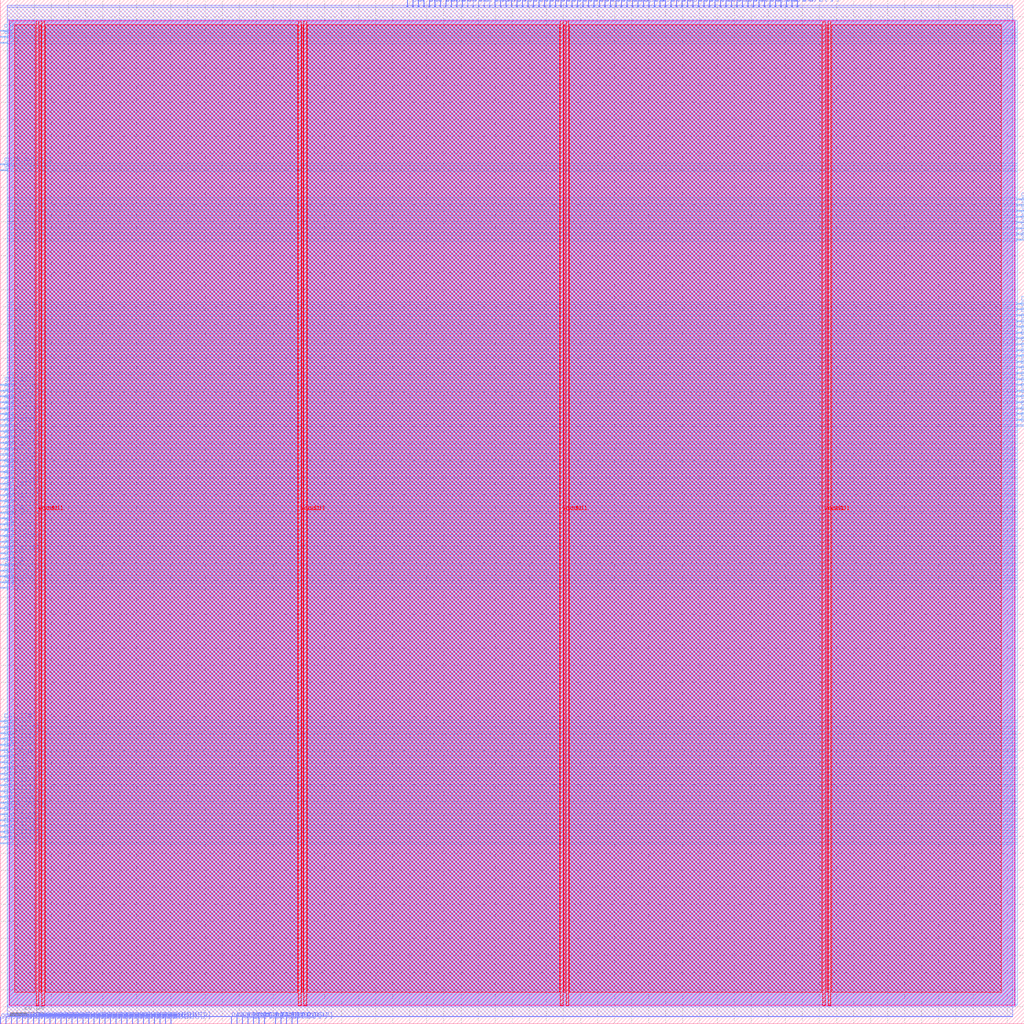
<source format=lef>
VERSION 5.7 ;
  NOWIREEXTENSIONATPIN ON ;
  DIVIDERCHAR "/" ;
  BUSBITCHARS "[]" ;
MACRO team_03
  CLASS BLOCK ;
  FOREIGN team_03 ;
  ORIGIN 0.000 0.000 ;
  SIZE 600.000 BY 600.000 ;
  PIN ACK_I
    DIRECTION INPUT ;
    USE SIGNAL ;
    ANTENNAGATEAREA 0.647700 ;
    ANTENNADIFFAREA 0.434700 ;
    PORT
      LAYER met3 ;
        RECT 0.000 255.040 4.000 255.640 ;
    END
  END ACK_I
  PIN ADR_O[0]
    DIRECTION OUTPUT ;
    USE SIGNAL ;
    ANTENNADIFFAREA 0.445500 ;
    PORT
      LAYER met3 ;
        RECT 0.000 258.440 4.000 259.040 ;
    END
  END ADR_O[0]
  PIN ADR_O[10]
    DIRECTION OUTPUT ;
    USE SIGNAL ;
    ANTENNADIFFAREA 0.445500 ;
    PORT
      LAYER met3 ;
        RECT 0.000 326.440 4.000 327.040 ;
    END
  END ADR_O[10]
  PIN ADR_O[11]
    DIRECTION OUTPUT ;
    USE SIGNAL ;
    ANTENNADIFFAREA 0.445500 ;
    PORT
      LAYER met3 ;
        RECT 0.000 323.040 4.000 323.640 ;
    END
  END ADR_O[11]
  PIN ADR_O[12]
    DIRECTION OUTPUT ;
    USE SIGNAL ;
    ANTENNADIFFAREA 0.445500 ;
    PORT
      LAYER met3 ;
        RECT 0.000 306.040 4.000 306.640 ;
    END
  END ADR_O[12]
  PIN ADR_O[13]
    DIRECTION OUTPUT ;
    USE SIGNAL ;
    ANTENNADIFFAREA 0.445500 ;
    PORT
      LAYER met3 ;
        RECT 0.000 295.840 4.000 296.440 ;
    END
  END ADR_O[13]
  PIN ADR_O[14]
    DIRECTION OUTPUT ;
    USE SIGNAL ;
    ANTENNADIFFAREA 0.445500 ;
    PORT
      LAYER met3 ;
        RECT 0.000 302.640 4.000 303.240 ;
    END
  END ADR_O[14]
  PIN ADR_O[15]
    DIRECTION OUTPUT ;
    USE SIGNAL ;
    ANTENNADIFFAREA 0.445500 ;
    PORT
      LAYER met3 ;
        RECT 0.000 309.440 4.000 310.040 ;
    END
  END ADR_O[15]
  PIN ADR_O[16]
    DIRECTION OUTPUT ;
    USE SIGNAL ;
    ANTENNADIFFAREA 0.445500 ;
    PORT
      LAYER met3 ;
        RECT 0.000 370.640 4.000 371.240 ;
    END
  END ADR_O[16]
  PIN ADR_O[17]
    DIRECTION OUTPUT ;
    USE SIGNAL ;
    ANTENNADIFFAREA 0.445500 ;
    PORT
      LAYER met3 ;
        RECT 0.000 343.440 4.000 344.040 ;
    END
  END ADR_O[17]
  PIN ADR_O[18]
    DIRECTION OUTPUT ;
    USE SIGNAL ;
    ANTENNADIFFAREA 0.445500 ;
    PORT
      LAYER met3 ;
        RECT 0.000 329.840 4.000 330.440 ;
    END
  END ADR_O[18]
  PIN ADR_O[19]
    DIRECTION OUTPUT ;
    USE SIGNAL ;
    ANTENNADIFFAREA 0.445500 ;
    PORT
      LAYER met3 ;
        RECT 0.000 336.640 4.000 337.240 ;
    END
  END ADR_O[19]
  PIN ADR_O[1]
    DIRECTION OUTPUT ;
    USE SIGNAL ;
    ANTENNADIFFAREA 0.445500 ;
    PORT
      LAYER met3 ;
        RECT 0.000 278.840 4.000 279.440 ;
    END
  END ADR_O[1]
  PIN ADR_O[20]
    DIRECTION OUTPUT ;
    USE SIGNAL ;
    ANTENNADIFFAREA 0.445500 ;
    PORT
      LAYER met3 ;
        RECT 0.000 367.240 4.000 367.840 ;
    END
  END ADR_O[20]
  PIN ADR_O[21]
    DIRECTION OUTPUT ;
    USE SIGNAL ;
    ANTENNADIFFAREA 0.445500 ;
    PORT
      LAYER met3 ;
        RECT 0.000 346.840 4.000 347.440 ;
    END
  END ADR_O[21]
  PIN ADR_O[22]
    DIRECTION OUTPUT ;
    USE SIGNAL ;
    ANTENNADIFFAREA 0.445500 ;
    PORT
      LAYER met3 ;
        RECT 0.000 319.640 4.000 320.240 ;
    END
  END ADR_O[22]
  PIN ADR_O[23]
    DIRECTION OUTPUT ;
    USE SIGNAL ;
    ANTENNADIFFAREA 0.445500 ;
    PORT
      LAYER met3 ;
        RECT 0.000 357.040 4.000 357.640 ;
    END
  END ADR_O[23]
  PIN ADR_O[24]
    DIRECTION OUTPUT ;
    USE SIGNAL ;
    ANTENNADIFFAREA 0.445500 ;
    PORT
      LAYER met3 ;
        RECT 0.000 316.240 4.000 316.840 ;
    END
  END ADR_O[24]
  PIN ADR_O[25]
    DIRECTION OUTPUT ;
    USE SIGNAL ;
    ANTENNADIFFAREA 0.445500 ;
    PORT
      LAYER met3 ;
        RECT 0.000 265.240 4.000 265.840 ;
    END
  END ADR_O[25]
  PIN ADR_O[26]
    DIRECTION OUTPUT ;
    USE SIGNAL ;
    ANTENNADIFFAREA 0.445500 ;
    PORT
      LAYER met2 ;
        RECT 466.990 596.000 467.270 600.000 ;
    END
  END ADR_O[26]
  PIN ADR_O[27]
    DIRECTION OUTPUT ;
    USE SIGNAL ;
    ANTENNADIFFAREA 0.445500 ;
    PORT
      LAYER met2 ;
        RECT 447.670 596.000 447.950 600.000 ;
    END
  END ADR_O[27]
  PIN ADR_O[28]
    DIRECTION OUTPUT ;
    USE SIGNAL ;
    ANTENNADIFFAREA 0.445500 ;
    PORT
      LAYER met3 ;
        RECT 0.000 275.440 4.000 276.040 ;
    END
  END ADR_O[28]
  PIN ADR_O[29]
    DIRECTION OUTPUT ;
    USE SIGNAL ;
    ANTENNADIFFAREA 0.445500 ;
    PORT
      LAYER met3 ;
        RECT 0.000 282.240 4.000 282.840 ;
    END
  END ADR_O[29]
  PIN ADR_O[2]
    DIRECTION OUTPUT ;
    USE SIGNAL ;
    ANTENNADIFFAREA 0.445500 ;
    PORT
      LAYER met3 ;
        RECT 0.000 285.640 4.000 286.240 ;
    END
  END ADR_O[2]
  PIN ADR_O[30]
    DIRECTION OUTPUT ;
    USE SIGNAL ;
    ANTENNADIFFAREA 0.445500 ;
    PORT
      LAYER met2 ;
        RECT 238.370 596.000 238.650 600.000 ;
    END
  END ADR_O[30]
  PIN ADR_O[31]
    DIRECTION OUTPUT ;
    USE SIGNAL ;
    ANTENNADIFFAREA 0.445500 ;
    PORT
      LAYER met2 ;
        RECT 457.330 596.000 457.610 600.000 ;
    END
  END ADR_O[31]
  PIN ADR_O[3]
    DIRECTION OUTPUT ;
    USE SIGNAL ;
    ANTENNADIFFAREA 0.445500 ;
    PORT
      LAYER met3 ;
        RECT 0.000 289.040 4.000 289.640 ;
    END
  END ADR_O[3]
  PIN ADR_O[4]
    DIRECTION OUTPUT ;
    USE SIGNAL ;
    ANTENNADIFFAREA 0.445500 ;
    PORT
      LAYER met3 ;
        RECT 0.000 363.840 4.000 364.440 ;
    END
  END ADR_O[4]
  PIN ADR_O[5]
    DIRECTION OUTPUT ;
    USE SIGNAL ;
    ANTENNADIFFAREA 0.445500 ;
    PORT
      LAYER met3 ;
        RECT 0.000 340.040 4.000 340.640 ;
    END
  END ADR_O[5]
  PIN ADR_O[6]
    DIRECTION OUTPUT ;
    USE SIGNAL ;
    ANTENNADIFFAREA 0.445500 ;
    PORT
      LAYER met3 ;
        RECT 0.000 333.240 4.000 333.840 ;
    END
  END ADR_O[6]
  PIN ADR_O[7]
    DIRECTION OUTPUT ;
    USE SIGNAL ;
    ANTENNADIFFAREA 0.445500 ;
    PORT
      LAYER met3 ;
        RECT 0.000 360.440 4.000 361.040 ;
    END
  END ADR_O[7]
  PIN ADR_O[8]
    DIRECTION OUTPUT ;
    USE SIGNAL ;
    ANTENNADIFFAREA 0.445500 ;
    PORT
      LAYER met3 ;
        RECT 0.000 350.240 4.000 350.840 ;
    END
  END ADR_O[8]
  PIN ADR_O[9]
    DIRECTION OUTPUT ;
    USE SIGNAL ;
    ANTENNADIFFAREA 0.445500 ;
    PORT
      LAYER met3 ;
        RECT 0.000 353.640 4.000 354.240 ;
    END
  END ADR_O[9]
  PIN CYC_O
    DIRECTION OUTPUT ;
    USE SIGNAL ;
    ANTENNADIFFAREA 0.445500 ;
    PORT
      LAYER met3 ;
        RECT 0.000 272.040 4.000 272.640 ;
    END
  END CYC_O
  PIN DAT_I[0]
    DIRECTION INPUT ;
    USE SIGNAL ;
    ANTENNAGATEAREA 0.631200 ;
    ANTENNADIFFAREA 0.434700 ;
    PORT
      LAYER met3 ;
        RECT 0.000 176.840 4.000 177.440 ;
    END
  END DAT_I[0]
  PIN DAT_I[10]
    DIRECTION INPUT ;
    USE SIGNAL ;
    ANTENNAGATEAREA 0.631200 ;
    ANTENNADIFFAREA 0.434700 ;
    PORT
      LAYER met3 ;
        RECT 0.000 170.040 4.000 170.640 ;
    END
  END DAT_I[10]
  PIN DAT_I[11]
    DIRECTION INPUT ;
    USE SIGNAL ;
    ANTENNAGATEAREA 0.631200 ;
    ANTENNADIFFAREA 0.434700 ;
    PORT
      LAYER met2 ;
        RECT 135.330 0.000 135.610 4.000 ;
    END
  END DAT_I[11]
  PIN DAT_I[12]
    DIRECTION INPUT ;
    USE SIGNAL ;
    ANTENNAGATEAREA 0.631200 ;
    ANTENNADIFFAREA 0.434700 ;
    PORT
      LAYER met3 ;
        RECT 0.000 105.440 4.000 106.040 ;
    END
  END DAT_I[12]
  PIN DAT_I[13]
    DIRECTION INPUT ;
    USE SIGNAL ;
    ANTENNAGATEAREA 0.631200 ;
    ANTENNADIFFAREA 0.434700 ;
    PORT
      LAYER met2 ;
        RECT 141.770 0.000 142.050 4.000 ;
    END
  END DAT_I[13]
  PIN DAT_I[14]
    DIRECTION INPUT ;
    USE SIGNAL ;
    ANTENNAGATEAREA 0.631200 ;
    ANTENNADIFFAREA 0.434700 ;
    PORT
      LAYER met2 ;
        RECT 138.550 0.000 138.830 4.000 ;
    END
  END DAT_I[14]
  PIN DAT_I[15]
    DIRECTION INPUT ;
    USE SIGNAL ;
    ANTENNAGATEAREA 0.631200 ;
    ANTENNADIFFAREA 0.434700 ;
    PORT
      LAYER met2 ;
        RECT 161.090 0.000 161.370 4.000 ;
    END
  END DAT_I[15]
  PIN DAT_I[16]
    DIRECTION INPUT ;
    USE SIGNAL ;
    ANTENNAGATEAREA 0.631200 ;
    ANTENNADIFFAREA 0.434700 ;
    PORT
      LAYER met2 ;
        RECT 164.310 0.000 164.590 4.000 ;
    END
  END DAT_I[16]
  PIN DAT_I[17]
    DIRECTION INPUT ;
    USE SIGNAL ;
    ANTENNAGATEAREA 0.631200 ;
    ANTENNADIFFAREA 0.434700 ;
    PORT
      LAYER met2 ;
        RECT 173.970 0.000 174.250 4.000 ;
    END
  END DAT_I[17]
  PIN DAT_I[18]
    DIRECTION INPUT ;
    USE SIGNAL ;
    ANTENNAGATEAREA 0.631200 ;
    ANTENNADIFFAREA 0.434700 ;
    PORT
      LAYER met2 ;
        RECT 167.530 0.000 167.810 4.000 ;
    END
  END DAT_I[18]
  PIN DAT_I[19]
    DIRECTION INPUT ;
    USE SIGNAL ;
    ANTENNAGATEAREA 0.631200 ;
    ANTENNADIFFAREA 0.434700 ;
    PORT
      LAYER met2 ;
        RECT 170.750 0.000 171.030 4.000 ;
    END
  END DAT_I[19]
  PIN DAT_I[1]
    DIRECTION INPUT ;
    USE SIGNAL ;
    ANTENNAGATEAREA 0.631200 ;
    ANTENNADIFFAREA 0.434700 ;
    PORT
      LAYER met3 ;
        RECT 0.000 136.040 4.000 136.640 ;
    END
  END DAT_I[1]
  PIN DAT_I[20]
    DIRECTION INPUT ;
    USE SIGNAL ;
    ANTENNAGATEAREA 0.631200 ;
    ANTENNADIFFAREA 0.434700 ;
    PORT
      LAYER met2 ;
        RECT 154.650 0.000 154.930 4.000 ;
    END
  END DAT_I[20]
  PIN DAT_I[21]
    DIRECTION INPUT ;
    USE SIGNAL ;
    ANTENNAGATEAREA 0.631200 ;
    ANTENNADIFFAREA 0.434700 ;
    PORT
      LAYER met2 ;
        RECT 144.990 0.000 145.270 4.000 ;
    END
  END DAT_I[21]
  PIN DAT_I[22]
    DIRECTION INPUT ;
    USE SIGNAL ;
    ANTENNAGATEAREA 0.631200 ;
    ANTENNADIFFAREA 0.434700 ;
    PORT
      LAYER met3 ;
        RECT 0.000 108.840 4.000 109.440 ;
    END
  END DAT_I[22]
  PIN DAT_I[23]
    DIRECTION INPUT ;
    USE SIGNAL ;
    ANTENNAGATEAREA 0.631200 ;
    ANTENNADIFFAREA 0.434700 ;
    PORT
      LAYER met3 ;
        RECT 0.000 115.640 4.000 116.240 ;
    END
  END DAT_I[23]
  PIN DAT_I[24]
    DIRECTION INPUT ;
    USE SIGNAL ;
    ANTENNAGATEAREA 0.631200 ;
    ANTENNADIFFAREA 0.434700 ;
    PORT
      LAYER met2 ;
        RECT 151.430 0.000 151.710 4.000 ;
    END
  END DAT_I[24]
  PIN DAT_I[25]
    DIRECTION INPUT ;
    USE SIGNAL ;
    ANTENNAGATEAREA 0.631200 ;
    ANTENNADIFFAREA 0.434700 ;
    PORT
      LAYER met3 ;
        RECT 0.000 112.240 4.000 112.840 ;
    END
  END DAT_I[25]
  PIN DAT_I[26]
    DIRECTION INPUT ;
    USE SIGNAL ;
    ANTENNAGATEAREA 0.631200 ;
    ANTENNADIFFAREA 0.434700 ;
    PORT
      LAYER met3 ;
        RECT 0.000 142.840 4.000 143.440 ;
    END
  END DAT_I[26]
  PIN DAT_I[27]
    DIRECTION INPUT ;
    USE SIGNAL ;
    ANTENNAGATEAREA 0.631200 ;
    ANTENNADIFFAREA 0.434700 ;
    PORT
      LAYER met3 ;
        RECT 0.000 119.040 4.000 119.640 ;
    END
  END DAT_I[27]
  PIN DAT_I[28]
    DIRECTION INPUT ;
    USE SIGNAL ;
    ANTENNAGATEAREA 0.631200 ;
    ANTENNADIFFAREA 0.434700 ;
    PORT
      LAYER met3 ;
        RECT 0.000 132.640 4.000 133.240 ;
    END
  END DAT_I[28]
  PIN DAT_I[29]
    DIRECTION INPUT ;
    USE SIGNAL ;
    ANTENNAGATEAREA 0.631200 ;
    ANTENNADIFFAREA 0.434700 ;
    PORT
      LAYER met3 ;
        RECT 0.000 129.240 4.000 129.840 ;
    END
  END DAT_I[29]
  PIN DAT_I[2]
    DIRECTION INPUT ;
    USE SIGNAL ;
    ANTENNAGATEAREA 0.631200 ;
    ANTENNADIFFAREA 0.434700 ;
    PORT
      LAYER met3 ;
        RECT 0.000 166.640 4.000 167.240 ;
    END
  END DAT_I[2]
  PIN DAT_I[30]
    DIRECTION INPUT ;
    USE SIGNAL ;
    ANTENNAGATEAREA 0.631200 ;
    ANTENNADIFFAREA 0.434700 ;
    PORT
      LAYER met3 ;
        RECT 0.000 149.640 4.000 150.240 ;
    END
  END DAT_I[30]
  PIN DAT_I[31]
    DIRECTION INPUT ;
    USE SIGNAL ;
    ANTENNAGATEAREA 0.631200 ;
    ANTENNADIFFAREA 0.434700 ;
    PORT
      LAYER met3 ;
        RECT 0.000 122.440 4.000 123.040 ;
    END
  END DAT_I[31]
  PIN DAT_I[3]
    DIRECTION INPUT ;
    USE SIGNAL ;
    ANTENNAGATEAREA 0.631200 ;
    ANTENNADIFFAREA 0.434700 ;
    PORT
      LAYER met3 ;
        RECT 0.000 153.040 4.000 153.640 ;
    END
  END DAT_I[3]
  PIN DAT_I[4]
    DIRECTION INPUT ;
    USE SIGNAL ;
    ANTENNAGATEAREA 0.631200 ;
    ANTENNADIFFAREA 0.434700 ;
    PORT
      LAYER met3 ;
        RECT 0.000 139.440 4.000 140.040 ;
    END
  END DAT_I[4]
  PIN DAT_I[5]
    DIRECTION INPUT ;
    USE SIGNAL ;
    ANTENNAGATEAREA 0.631200 ;
    ANTENNADIFFAREA 0.434700 ;
    PORT
      LAYER met3 ;
        RECT 0.000 156.440 4.000 157.040 ;
    END
  END DAT_I[5]
  PIN DAT_I[6]
    DIRECTION INPUT ;
    USE SIGNAL ;
    ANTENNAGATEAREA 0.631200 ;
    ANTENNADIFFAREA 0.434700 ;
    PORT
      LAYER met3 ;
        RECT 0.000 173.440 4.000 174.040 ;
    END
  END DAT_I[6]
  PIN DAT_I[7]
    DIRECTION INPUT ;
    USE SIGNAL ;
    ANTENNAGATEAREA 0.631200 ;
    ANTENNADIFFAREA 0.434700 ;
    PORT
      LAYER met3 ;
        RECT 0.000 163.240 4.000 163.840 ;
    END
  END DAT_I[7]
  PIN DAT_I[8]
    DIRECTION INPUT ;
    USE SIGNAL ;
    ANTENNAGATEAREA 0.631200 ;
    ANTENNADIFFAREA 0.434700 ;
    PORT
      LAYER met3 ;
        RECT 0.000 159.840 4.000 160.440 ;
    END
  END DAT_I[8]
  PIN DAT_I[9]
    DIRECTION INPUT ;
    USE SIGNAL ;
    ANTENNAGATEAREA 0.631200 ;
    ANTENNADIFFAREA 0.434700 ;
    PORT
      LAYER met3 ;
        RECT 0.000 146.240 4.000 146.840 ;
    END
  END DAT_I[9]
  PIN DAT_O[0]
    DIRECTION OUTPUT ;
    USE SIGNAL ;
    ANTENNADIFFAREA 0.795200 ;
    PORT
      LAYER met2 ;
        RECT 257.690 596.000 257.970 600.000 ;
    END
  END DAT_O[0]
  PIN DAT_O[10]
    DIRECTION OUTPUT ;
    USE SIGNAL ;
    ANTENNADIFFAREA 0.445500 ;
    PORT
      LAYER met3 ;
        RECT 596.000 384.240 600.000 384.840 ;
    END
  END DAT_O[10]
  PIN DAT_O[11]
    DIRECTION OUTPUT ;
    USE SIGNAL ;
    ANTENNADIFFAREA 0.445500 ;
    PORT
      LAYER met3 ;
        RECT 596.000 421.640 600.000 422.240 ;
    END
  END DAT_O[11]
  PIN DAT_O[12]
    DIRECTION OUTPUT ;
    USE SIGNAL ;
    ANTENNADIFFAREA 0.445500 ;
    PORT
      LAYER met3 ;
        RECT 596.000 350.240 600.000 350.840 ;
    END
  END DAT_O[12]
  PIN DAT_O[13]
    DIRECTION OUTPUT ;
    USE SIGNAL ;
    ANTENNADIFFAREA 0.445500 ;
    PORT
      LAYER met3 ;
        RECT 596.000 360.440 600.000 361.040 ;
    END
  END DAT_O[13]
  PIN DAT_O[14]
    DIRECTION OUTPUT ;
    USE SIGNAL ;
    ANTENNADIFFAREA 0.445500 ;
    PORT
      LAYER met3 ;
        RECT 596.000 404.640 600.000 405.240 ;
    END
  END DAT_O[14]
  PIN DAT_O[15]
    DIRECTION OUTPUT ;
    USE SIGNAL ;
    ANTENNADIFFAREA 0.445500 ;
    PORT
      LAYER met3 ;
        RECT 596.000 374.040 600.000 374.640 ;
    END
  END DAT_O[15]
  PIN DAT_O[16]
    DIRECTION OUTPUT ;
    USE SIGNAL ;
    ANTENNADIFFAREA 0.445500 ;
    PORT
      LAYER met3 ;
        RECT 596.000 370.640 600.000 371.240 ;
    END
  END DAT_O[16]
  PIN DAT_O[17]
    DIRECTION OUTPUT ;
    USE SIGNAL ;
    ANTENNADIFFAREA 0.445500 ;
    PORT
      LAYER met3 ;
        RECT 596.000 380.840 600.000 381.440 ;
    END
  END DAT_O[17]
  PIN DAT_O[18]
    DIRECTION OUTPUT ;
    USE SIGNAL ;
    ANTENNADIFFAREA 0.445500 ;
    PORT
      LAYER met3 ;
        RECT 596.000 363.840 600.000 364.440 ;
    END
  END DAT_O[18]
  PIN DAT_O[19]
    DIRECTION OUTPUT ;
    USE SIGNAL ;
    ANTENNADIFFAREA 0.445500 ;
    PORT
      LAYER met3 ;
        RECT 596.000 387.640 600.000 388.240 ;
    END
  END DAT_O[19]
  PIN DAT_O[1]
    DIRECTION OUTPUT ;
    USE SIGNAL ;
    ANTENNADIFFAREA 0.795200 ;
    PORT
      LAYER met2 ;
        RECT 425.130 596.000 425.410 600.000 ;
    END
  END DAT_O[1]
  PIN DAT_O[20]
    DIRECTION OUTPUT ;
    USE SIGNAL ;
    ANTENNADIFFAREA 0.445500 ;
    PORT
      LAYER met3 ;
        RECT 596.000 397.840 600.000 398.440 ;
    END
  END DAT_O[20]
  PIN DAT_O[21]
    DIRECTION OUTPUT ;
    USE SIGNAL ;
    ANTENNADIFFAREA 0.795200 ;
    PORT
      LAYER met2 ;
        RECT 380.050 596.000 380.330 600.000 ;
    END
  END DAT_O[21]
  PIN DAT_O[22]
    DIRECTION OUTPUT ;
    USE SIGNAL ;
    ANTENNADIFFAREA 0.795200 ;
    PORT
      LAYER met2 ;
        RECT 396.150 596.000 396.430 600.000 ;
    END
  END DAT_O[22]
  PIN DAT_O[23]
    DIRECTION OUTPUT ;
    USE SIGNAL ;
    ANTENNADIFFAREA 0.445500 ;
    PORT
      LAYER met3 ;
        RECT 596.000 367.240 600.000 367.840 ;
    END
  END DAT_O[23]
  PIN DAT_O[24]
    DIRECTION OUTPUT ;
    USE SIGNAL ;
    ANTENNADIFFAREA 0.445500 ;
    PORT
      LAYER met3 ;
        RECT 596.000 353.640 600.000 354.240 ;
    END
  END DAT_O[24]
  PIN DAT_O[25]
    DIRECTION OUTPUT ;
    USE SIGNAL ;
    ANTENNADIFFAREA 0.445500 ;
    PORT
      LAYER met3 ;
        RECT 596.000 394.440 600.000 395.040 ;
    END
  END DAT_O[25]
  PIN DAT_O[26]
    DIRECTION OUTPUT ;
    USE SIGNAL ;
    ANTENNADIFFAREA 0.795200 ;
    PORT
      LAYER met2 ;
        RECT 277.010 596.000 277.290 600.000 ;
    END
  END DAT_O[26]
  PIN DAT_O[27]
    DIRECTION OUTPUT ;
    USE SIGNAL ;
    ANTENNADIFFAREA 0.445500 ;
    PORT
      LAYER met3 ;
        RECT 596.000 377.440 600.000 378.040 ;
    END
  END DAT_O[27]
  PIN DAT_O[28]
    DIRECTION OUTPUT ;
    USE SIGNAL ;
    ANTENNADIFFAREA 0.445500 ;
    PORT
      LAYER met3 ;
        RECT 596.000 414.840 600.000 415.440 ;
    END
  END DAT_O[28]
  PIN DAT_O[29]
    DIRECTION OUTPUT ;
    USE SIGNAL ;
    ANTENNADIFFAREA 0.445500 ;
    PORT
      LAYER met3 ;
        RECT 596.000 401.240 600.000 401.840 ;
    END
  END DAT_O[29]
  PIN DAT_O[2]
    DIRECTION OUTPUT ;
    USE SIGNAL ;
    ANTENNADIFFAREA 0.795200 ;
    PORT
      LAYER met2 ;
        RECT 370.390 596.000 370.670 600.000 ;
    END
  END DAT_O[2]
  PIN DAT_O[30]
    DIRECTION OUTPUT ;
    USE SIGNAL ;
    ANTENNADIFFAREA 0.445500 ;
    PORT
      LAYER met3 ;
        RECT 596.000 408.040 600.000 408.640 ;
    END
  END DAT_O[30]
  PIN DAT_O[31]
    DIRECTION OUTPUT ;
    USE SIGNAL ;
    ANTENNADIFFAREA 0.445500 ;
    PORT
      LAYER met3 ;
        RECT 596.000 391.040 600.000 391.640 ;
    END
  END DAT_O[31]
  PIN DAT_O[3]
    DIRECTION OUTPUT ;
    USE SIGNAL ;
    ANTENNADIFFAREA 0.795200 ;
    PORT
      LAYER met2 ;
        RECT 283.450 596.000 283.730 600.000 ;
    END
  END DAT_O[3]
  PIN DAT_O[4]
    DIRECTION OUTPUT ;
    USE SIGNAL ;
    ANTENNADIFFAREA 0.795200 ;
    PORT
      LAYER met2 ;
        RECT 286.670 596.000 286.950 600.000 ;
    END
  END DAT_O[4]
  PIN DAT_O[5]
    DIRECTION OUTPUT ;
    USE SIGNAL ;
    ANTENNADIFFAREA 0.795200 ;
    PORT
      LAYER met2 ;
        RECT 248.030 596.000 248.310 600.000 ;
    END
  END DAT_O[5]
  PIN DAT_O[6]
    DIRECTION OUTPUT ;
    USE SIGNAL ;
    ANTENNADIFFAREA 0.795200 ;
    PORT
      LAYER met2 ;
        RECT 289.890 596.000 290.170 600.000 ;
    END
  END DAT_O[6]
  PIN DAT_O[7]
    DIRECTION OUTPUT ;
    USE SIGNAL ;
    ANTENNADIFFAREA 0.445500 ;
    PORT
      LAYER met3 ;
        RECT 596.000 357.040 600.000 357.640 ;
    END
  END DAT_O[7]
  PIN DAT_O[8]
    DIRECTION OUTPUT ;
    USE SIGNAL ;
    ANTENNADIFFAREA 0.445500 ;
    PORT
      LAYER met3 ;
        RECT 596.000 418.240 600.000 418.840 ;
    END
  END DAT_O[8]
  PIN DAT_O[9]
    DIRECTION OUTPUT ;
    USE SIGNAL ;
    ANTENNADIFFAREA 0.445500 ;
    PORT
      LAYER met3 ;
        RECT 596.000 411.440 600.000 412.040 ;
    END
  END DAT_O[9]
  PIN SEL_O[0]
    DIRECTION OUTPUT ;
    USE SIGNAL ;
    ANTENNADIFFAREA 0.445500 ;
    PORT
      LAYER met3 ;
        RECT 0.000 261.840 4.000 262.440 ;
    END
  END SEL_O[0]
  PIN SEL_O[1]
    DIRECTION OUTPUT ;
    USE SIGNAL ;
    ANTENNADIFFAREA 0.445500 ;
    PORT
      LAYER met3 ;
        RECT 0.000 374.040 4.000 374.640 ;
    END
  END SEL_O[1]
  PIN SEL_O[2]
    DIRECTION OUTPUT ;
    USE SIGNAL ;
    ANTENNADIFFAREA 0.445500 ;
    PORT
      LAYER met3 ;
        RECT 0.000 312.840 4.000 313.440 ;
    END
  END SEL_O[2]
  PIN SEL_O[3]
    DIRECTION OUTPUT ;
    USE SIGNAL ;
    ANTENNADIFFAREA 0.445500 ;
    PORT
      LAYER met3 ;
        RECT 0.000 299.240 4.000 299.840 ;
    END
  END SEL_O[3]
  PIN STB_O
    DIRECTION OUTPUT ;
    USE SIGNAL ;
    ANTENNADIFFAREA 0.445500 ;
    PORT
      LAYER met3 ;
        RECT 0.000 268.640 4.000 269.240 ;
    END
  END STB_O
  PIN WE_O
    DIRECTION OUTPUT ;
    USE SIGNAL ;
    ANTENNADIFFAREA 0.445500 ;
    PORT
      LAYER met3 ;
        RECT 0.000 292.440 4.000 293.040 ;
    END
  END WE_O
  PIN clk
    DIRECTION INPUT ;
    USE SIGNAL ;
    ANTENNAGATEAREA 1.286700 ;
    ANTENNADIFFAREA 0.434700 ;
    PORT
      LAYER met3 ;
        RECT 0.000 581.440 4.000 582.040 ;
    END
  END clk
  PIN en
    DIRECTION INPUT ;
    USE SIGNAL ;
    ANTENNAGATEAREA 0.631200 ;
    ANTENNADIFFAREA 0.434700 ;
    PORT
      LAYER met3 ;
        RECT 0.000 578.040 4.000 578.640 ;
    END
  END en
  PIN gpio_in[0]
    DIRECTION INPUT ;
    USE SIGNAL ;
    PORT
      LAYER met2 ;
        RECT 0.090 0.000 0.370 4.000 ;
    END
  END gpio_in[0]
  PIN gpio_in[10]
    DIRECTION INPUT ;
    USE SIGNAL ;
    PORT
      LAYER met2 ;
        RECT 3.310 0.000 3.590 4.000 ;
    END
  END gpio_in[10]
  PIN gpio_in[11]
    DIRECTION INPUT ;
    USE SIGNAL ;
    PORT
      LAYER met2 ;
        RECT 6.530 0.000 6.810 4.000 ;
    END
  END gpio_in[11]
  PIN gpio_in[12]
    DIRECTION INPUT ;
    USE SIGNAL ;
    PORT
      LAYER met2 ;
        RECT 9.750 0.000 10.030 4.000 ;
    END
  END gpio_in[12]
  PIN gpio_in[13]
    DIRECTION INPUT ;
    USE SIGNAL ;
    ANTENNAGATEAREA 0.631200 ;
    ANTENNADIFFAREA 0.434700 ;
    PORT
      LAYER met2 ;
        RECT 148.210 0.000 148.490 4.000 ;
    END
  END gpio_in[13]
  PIN gpio_in[14]
    DIRECTION INPUT ;
    USE SIGNAL ;
    ANTENNAGATEAREA 0.631200 ;
    ANTENNADIFFAREA 0.434700 ;
    PORT
      LAYER met3 ;
        RECT 0.000 125.840 4.000 126.440 ;
    END
  END gpio_in[14]
  PIN gpio_in[15]
    DIRECTION INPUT ;
    USE SIGNAL ;
    PORT
      LAYER met2 ;
        RECT 12.970 0.000 13.250 4.000 ;
    END
  END gpio_in[15]
  PIN gpio_in[16]
    DIRECTION INPUT ;
    USE SIGNAL ;
    PORT
      LAYER met2 ;
        RECT 16.190 0.000 16.470 4.000 ;
    END
  END gpio_in[16]
  PIN gpio_in[17]
    DIRECTION INPUT ;
    USE SIGNAL ;
    PORT
      LAYER met2 ;
        RECT 19.410 0.000 19.690 4.000 ;
    END
  END gpio_in[17]
  PIN gpio_in[18]
    DIRECTION INPUT ;
    USE SIGNAL ;
    PORT
      LAYER met2 ;
        RECT 22.630 0.000 22.910 4.000 ;
    END
  END gpio_in[18]
  PIN gpio_in[19]
    DIRECTION INPUT ;
    USE SIGNAL ;
    PORT
      LAYER met2 ;
        RECT 25.850 0.000 26.130 4.000 ;
    END
  END gpio_in[19]
  PIN gpio_in[1]
    DIRECTION INPUT ;
    USE SIGNAL ;
    PORT
      LAYER met2 ;
        RECT 29.070 0.000 29.350 4.000 ;
    END
  END gpio_in[1]
  PIN gpio_in[20]
    DIRECTION INPUT ;
    USE SIGNAL ;
    PORT
      LAYER met2 ;
        RECT 32.290 0.000 32.570 4.000 ;
    END
  END gpio_in[20]
  PIN gpio_in[21]
    DIRECTION INPUT ;
    USE SIGNAL ;
    PORT
      LAYER met2 ;
        RECT 35.510 0.000 35.790 4.000 ;
    END
  END gpio_in[21]
  PIN gpio_in[22]
    DIRECTION INPUT ;
    USE SIGNAL ;
    PORT
      LAYER met2 ;
        RECT 38.730 0.000 39.010 4.000 ;
    END
  END gpio_in[22]
  PIN gpio_in[23]
    DIRECTION INPUT ;
    USE SIGNAL ;
    PORT
      LAYER met2 ;
        RECT 41.950 0.000 42.230 4.000 ;
    END
  END gpio_in[23]
  PIN gpio_in[24]
    DIRECTION INPUT ;
    USE SIGNAL ;
    PORT
      LAYER met2 ;
        RECT 45.170 0.000 45.450 4.000 ;
    END
  END gpio_in[24]
  PIN gpio_in[25]
    DIRECTION INPUT ;
    USE SIGNAL ;
    PORT
      LAYER met2 ;
        RECT 48.390 0.000 48.670 4.000 ;
    END
  END gpio_in[25]
  PIN gpio_in[26]
    DIRECTION INPUT ;
    USE SIGNAL ;
    PORT
      LAYER met2 ;
        RECT 51.610 0.000 51.890 4.000 ;
    END
  END gpio_in[26]
  PIN gpio_in[27]
    DIRECTION INPUT ;
    USE SIGNAL ;
    PORT
      LAYER met2 ;
        RECT 54.830 0.000 55.110 4.000 ;
    END
  END gpio_in[27]
  PIN gpio_in[28]
    DIRECTION INPUT ;
    USE SIGNAL ;
    PORT
      LAYER met2 ;
        RECT 58.050 0.000 58.330 4.000 ;
    END
  END gpio_in[28]
  PIN gpio_in[29]
    DIRECTION INPUT ;
    USE SIGNAL ;
    PORT
      LAYER met2 ;
        RECT 61.270 0.000 61.550 4.000 ;
    END
  END gpio_in[29]
  PIN gpio_in[2]
    DIRECTION INPUT ;
    USE SIGNAL ;
    PORT
      LAYER met2 ;
        RECT 64.490 0.000 64.770 4.000 ;
    END
  END gpio_in[2]
  PIN gpio_in[30]
    DIRECTION INPUT ;
    USE SIGNAL ;
    PORT
      LAYER met2 ;
        RECT 67.710 0.000 67.990 4.000 ;
    END
  END gpio_in[30]
  PIN gpio_in[31]
    DIRECTION INPUT ;
    USE SIGNAL ;
    PORT
      LAYER met2 ;
        RECT 70.930 0.000 71.210 4.000 ;
    END
  END gpio_in[31]
  PIN gpio_in[32]
    DIRECTION INPUT ;
    USE SIGNAL ;
    PORT
      LAYER met2 ;
        RECT 74.150 0.000 74.430 4.000 ;
    END
  END gpio_in[32]
  PIN gpio_in[33]
    DIRECTION INPUT ;
    USE SIGNAL ;
    PORT
      LAYER met2 ;
        RECT 77.370 0.000 77.650 4.000 ;
    END
  END gpio_in[33]
  PIN gpio_in[3]
    DIRECTION INPUT ;
    USE SIGNAL ;
    PORT
      LAYER met2 ;
        RECT 80.590 0.000 80.870 4.000 ;
    END
  END gpio_in[3]
  PIN gpio_in[4]
    DIRECTION INPUT ;
    USE SIGNAL ;
    PORT
      LAYER met2 ;
        RECT 83.810 0.000 84.090 4.000 ;
    END
  END gpio_in[4]
  PIN gpio_in[5]
    DIRECTION INPUT ;
    USE SIGNAL ;
    PORT
      LAYER met2 ;
        RECT 87.030 0.000 87.310 4.000 ;
    END
  END gpio_in[5]
  PIN gpio_in[6]
    DIRECTION INPUT ;
    USE SIGNAL ;
    PORT
      LAYER met2 ;
        RECT 90.250 0.000 90.530 4.000 ;
    END
  END gpio_in[6]
  PIN gpio_in[7]
    DIRECTION INPUT ;
    USE SIGNAL ;
    PORT
      LAYER met2 ;
        RECT 93.470 0.000 93.750 4.000 ;
    END
  END gpio_in[7]
  PIN gpio_in[8]
    DIRECTION INPUT ;
    USE SIGNAL ;
    PORT
      LAYER met2 ;
        RECT 96.690 0.000 96.970 4.000 ;
    END
  END gpio_in[8]
  PIN gpio_in[9]
    DIRECTION INPUT ;
    USE SIGNAL ;
    PORT
      LAYER met2 ;
        RECT 99.910 0.000 100.190 4.000 ;
    END
  END gpio_in[9]
  PIN gpio_oeb[0]
    DIRECTION OUTPUT ;
    USE SIGNAL ;
    ANTENNADIFFAREA 0.445500 ;
    PORT
      LAYER met2 ;
        RECT 260.910 596.000 261.190 600.000 ;
    END
  END gpio_oeb[0]
  PIN gpio_oeb[10]
    DIRECTION OUTPUT ;
    USE SIGNAL ;
    ANTENNADIFFAREA 0.445500 ;
    PORT
      LAYER met2 ;
        RECT 392.930 596.000 393.210 600.000 ;
    END
  END gpio_oeb[10]
  PIN gpio_oeb[11]
    DIRECTION OUTPUT ;
    USE SIGNAL ;
    ANTENNADIFFAREA 0.445500 ;
    PORT
      LAYER met2 ;
        RECT 360.730 596.000 361.010 600.000 ;
    END
  END gpio_oeb[11]
  PIN gpio_oeb[12]
    DIRECTION OUTPUT ;
    USE SIGNAL ;
    ANTENNADIFFAREA 0.445500 ;
    PORT
      LAYER met2 ;
        RECT 409.030 596.000 409.310 600.000 ;
    END
  END gpio_oeb[12]
  PIN gpio_oeb[13]
    DIRECTION OUTPUT ;
    USE SIGNAL ;
    ANTENNADIFFAREA 0.445500 ;
    PORT
      LAYER met2 ;
        RECT 267.350 596.000 267.630 600.000 ;
    END
  END gpio_oeb[13]
  PIN gpio_oeb[14]
    DIRECTION OUTPUT ;
    USE SIGNAL ;
    ANTENNADIFFAREA 0.445500 ;
    PORT
      LAYER met2 ;
        RECT 309.210 596.000 309.490 600.000 ;
    END
  END gpio_oeb[14]
  PIN gpio_oeb[15]
    DIRECTION OUTPUT ;
    USE SIGNAL ;
    ANTENNADIFFAREA 0.445500 ;
    PORT
      LAYER met2 ;
        RECT 341.410 596.000 341.690 600.000 ;
    END
  END gpio_oeb[15]
  PIN gpio_oeb[16]
    DIRECTION OUTPUT ;
    USE SIGNAL ;
    ANTENNADIFFAREA 0.445500 ;
    PORT
      LAYER met2 ;
        RECT 318.870 596.000 319.150 600.000 ;
    END
  END gpio_oeb[16]
  PIN gpio_oeb[17]
    DIRECTION OUTPUT ;
    USE SIGNAL ;
    ANTENNADIFFAREA 0.445500 ;
    PORT
      LAYER met2 ;
        RECT 312.430 596.000 312.710 600.000 ;
    END
  END gpio_oeb[17]
  PIN gpio_oeb[18]
    DIRECTION OUTPUT ;
    USE SIGNAL ;
    ANTENNADIFFAREA 0.445500 ;
    PORT
      LAYER met2 ;
        RECT 251.250 596.000 251.530 600.000 ;
    END
  END gpio_oeb[18]
  PIN gpio_oeb[19]
    DIRECTION OUTPUT ;
    USE SIGNAL ;
    ANTENNADIFFAREA 0.445500 ;
    PORT
      LAYER met2 ;
        RECT 328.530 596.000 328.810 600.000 ;
    END
  END gpio_oeb[19]
  PIN gpio_oeb[1]
    DIRECTION OUTPUT ;
    USE SIGNAL ;
    ANTENNADIFFAREA 0.445500 ;
    PORT
      LAYER met2 ;
        RECT 357.510 596.000 357.790 600.000 ;
    END
  END gpio_oeb[1]
  PIN gpio_oeb[20]
    DIRECTION OUTPUT ;
    USE SIGNAL ;
    ANTENNADIFFAREA 0.445500 ;
    PORT
      LAYER met2 ;
        RECT 315.650 596.000 315.930 600.000 ;
    END
  END gpio_oeb[20]
  PIN gpio_oeb[21]
    DIRECTION OUTPUT ;
    USE SIGNAL ;
    ANTENNADIFFAREA 0.445500 ;
    PORT
      LAYER met2 ;
        RECT 325.310 596.000 325.590 600.000 ;
    END
  END gpio_oeb[21]
  PIN gpio_oeb[22]
    DIRECTION OUTPUT ;
    USE SIGNAL ;
    ANTENNADIFFAREA 0.445500 ;
    PORT
      LAYER met2 ;
        RECT 264.130 596.000 264.410 600.000 ;
    END
  END gpio_oeb[22]
  PIN gpio_oeb[23]
    DIRECTION OUTPUT ;
    USE SIGNAL ;
    ANTENNADIFFAREA 0.445500 ;
    PORT
      LAYER met2 ;
        RECT 293.110 596.000 293.390 600.000 ;
    END
  END gpio_oeb[23]
  PIN gpio_oeb[24]
    DIRECTION OUTPUT ;
    USE SIGNAL ;
    ANTENNADIFFAREA 0.445500 ;
    PORT
      LAYER met2 ;
        RECT 322.090 596.000 322.370 600.000 ;
    END
  END gpio_oeb[24]
  PIN gpio_oeb[25]
    DIRECTION OUTPUT ;
    USE SIGNAL ;
    ANTENNADIFFAREA 0.445500 ;
    PORT
      LAYER met2 ;
        RECT 331.750 596.000 332.030 600.000 ;
    END
  END gpio_oeb[25]
  PIN gpio_oeb[26]
    DIRECTION OUTPUT ;
    USE SIGNAL ;
    ANTENNADIFFAREA 0.445500 ;
    PORT
      LAYER met2 ;
        RECT 270.570 596.000 270.850 600.000 ;
    END
  END gpio_oeb[26]
  PIN gpio_oeb[27]
    DIRECTION OUTPUT ;
    USE SIGNAL ;
    ANTENNADIFFAREA 0.445500 ;
    PORT
      LAYER met2 ;
        RECT 241.590 596.000 241.870 600.000 ;
    END
  END gpio_oeb[27]
  PIN gpio_oeb[28]
    DIRECTION OUTPUT ;
    USE SIGNAL ;
    ANTENNADIFFAREA 0.445500 ;
    PORT
      LAYER met2 ;
        RECT 305.990 596.000 306.270 600.000 ;
    END
  END gpio_oeb[28]
  PIN gpio_oeb[29]
    DIRECTION OUTPUT ;
    USE SIGNAL ;
    ANTENNADIFFAREA 0.445500 ;
    PORT
      LAYER met2 ;
        RECT 296.330 596.000 296.610 600.000 ;
    END
  END gpio_oeb[29]
  PIN gpio_oeb[2]
    DIRECTION OUTPUT ;
    USE SIGNAL ;
    ANTENNADIFFAREA 0.445500 ;
    PORT
      LAYER met2 ;
        RECT 412.250 596.000 412.530 600.000 ;
    END
  END gpio_oeb[2]
  PIN gpio_oeb[30]
    DIRECTION OUTPUT ;
    USE SIGNAL ;
    ANTENNADIFFAREA 0.445500 ;
    PORT
      LAYER met2 ;
        RECT 302.770 596.000 303.050 600.000 ;
    END
  END gpio_oeb[30]
  PIN gpio_oeb[31]
    DIRECTION OUTPUT ;
    USE SIGNAL ;
    ANTENNADIFFAREA 0.445500 ;
    PORT
      LAYER met2 ;
        RECT 273.790 596.000 274.070 600.000 ;
    END
  END gpio_oeb[31]
  PIN gpio_oeb[32]
    DIRECTION OUTPUT ;
    USE SIGNAL ;
    ANTENNADIFFAREA 0.445500 ;
    PORT
      LAYER met2 ;
        RECT 280.230 596.000 280.510 600.000 ;
    END
  END gpio_oeb[32]
  PIN gpio_oeb[33]
    DIRECTION OUTPUT ;
    USE SIGNAL ;
    ANTENNADIFFAREA 0.445500 ;
    PORT
      LAYER met2 ;
        RECT 334.970 596.000 335.250 600.000 ;
    END
  END gpio_oeb[33]
  PIN gpio_oeb[3]
    DIRECTION OUTPUT ;
    USE SIGNAL ;
    ANTENNADIFFAREA 0.445500 ;
    PORT
      LAYER met2 ;
        RECT 347.850 596.000 348.130 600.000 ;
    END
  END gpio_oeb[3]
  PIN gpio_oeb[4]
    DIRECTION OUTPUT ;
    USE SIGNAL ;
    ANTENNADIFFAREA 0.445500 ;
    PORT
      LAYER met2 ;
        RECT 431.570 596.000 431.850 600.000 ;
    END
  END gpio_oeb[4]
  PIN gpio_oeb[5]
    DIRECTION OUTPUT ;
    USE SIGNAL ;
    ANTENNADIFFAREA 0.445500 ;
    PORT
      LAYER met2 ;
        RECT 351.070 596.000 351.350 600.000 ;
    END
  END gpio_oeb[5]
  PIN gpio_oeb[6]
    DIRECTION OUTPUT ;
    USE SIGNAL ;
    ANTENNADIFFAREA 0.445500 ;
    PORT
      LAYER met2 ;
        RECT 363.950 596.000 364.230 600.000 ;
    END
  END gpio_oeb[6]
  PIN gpio_oeb[7]
    DIRECTION OUTPUT ;
    USE SIGNAL ;
    ANTENNADIFFAREA 0.445500 ;
    PORT
      LAYER met2 ;
        RECT 354.290 596.000 354.570 600.000 ;
    END
  END gpio_oeb[7]
  PIN gpio_oeb[8]
    DIRECTION OUTPUT ;
    USE SIGNAL ;
    ANTENNADIFFAREA 0.445500 ;
    PORT
      LAYER met2 ;
        RECT 434.790 596.000 435.070 600.000 ;
    END
  END gpio_oeb[8]
  PIN gpio_oeb[9]
    DIRECTION OUTPUT ;
    USE SIGNAL ;
    ANTENNADIFFAREA 0.445500 ;
    PORT
      LAYER met2 ;
        RECT 441.230 596.000 441.510 600.000 ;
    END
  END gpio_oeb[9]
  PIN gpio_out[0]
    DIRECTION OUTPUT ;
    USE SIGNAL ;
    ANTENNADIFFAREA 0.445500 ;
    PORT
      LAYER met2 ;
        RECT 450.890 596.000 451.170 600.000 ;
    END
  END gpio_out[0]
  PIN gpio_out[10]
    DIRECTION OUTPUT ;
    USE SIGNAL ;
    ANTENNADIFFAREA 0.445500 ;
    PORT
      LAYER met3 ;
        RECT 596.000 482.840 600.000 483.440 ;
    END
  END gpio_out[10]
  PIN gpio_out[11]
    DIRECTION OUTPUT ;
    USE SIGNAL ;
    ANTENNADIFFAREA 0.445500 ;
    PORT
      LAYER met3 ;
        RECT 0.000 499.840 4.000 500.440 ;
    END
  END gpio_out[11]
  PIN gpio_out[12]
    DIRECTION OUTPUT ;
    USE SIGNAL ;
    ANTENNADIFFAREA 0.445500 ;
    PORT
      LAYER met3 ;
        RECT 0.000 503.240 4.000 503.840 ;
    END
  END gpio_out[12]
  PIN gpio_out[13]
    DIRECTION OUTPUT ;
    USE SIGNAL ;
    ANTENNADIFFAREA 0.445500 ;
    PORT
      LAYER met2 ;
        RECT 415.470 596.000 415.750 600.000 ;
    END
  END gpio_out[13]
  PIN gpio_out[14]
    DIRECTION OUTPUT ;
    USE SIGNAL ;
    ANTENNADIFFAREA 0.445500 ;
    PORT
      LAYER met2 ;
        RECT 454.110 596.000 454.390 600.000 ;
    END
  END gpio_out[14]
  PIN gpio_out[15]
    DIRECTION OUTPUT ;
    USE SIGNAL ;
    ANTENNADIFFAREA 0.445500 ;
    PORT
      LAYER met2 ;
        RECT 373.610 596.000 373.890 600.000 ;
    END
  END gpio_out[15]
  PIN gpio_out[16]
    DIRECTION OUTPUT ;
    USE SIGNAL ;
    ANTENNADIFFAREA 0.445500 ;
    PORT
      LAYER met2 ;
        RECT 299.550 596.000 299.830 600.000 ;
    END
  END gpio_out[16]
  PIN gpio_out[17]
    DIRECTION OUTPUT ;
    USE SIGNAL ;
    ANTENNADIFFAREA 0.445500 ;
    PORT
      LAYER met2 ;
        RECT 367.170 596.000 367.450 600.000 ;
    END
  END gpio_out[17]
  PIN gpio_out[18]
    DIRECTION OUTPUT ;
    USE SIGNAL ;
    ANTENNADIFFAREA 0.445500 ;
    PORT
      LAYER met2 ;
        RECT 344.630 596.000 344.910 600.000 ;
    END
  END gpio_out[18]
  PIN gpio_out[19]
    DIRECTION OUTPUT ;
    USE SIGNAL ;
    ANTENNADIFFAREA 0.445500 ;
    PORT
      LAYER met2 ;
        RECT 389.710 596.000 389.990 600.000 ;
    END
  END gpio_out[19]
  PIN gpio_out[1]
    DIRECTION OUTPUT ;
    USE SIGNAL ;
    ANTENNADIFFAREA 0.795200 ;
    PORT
      LAYER met2 ;
        RECT 421.910 596.000 422.190 600.000 ;
    END
  END gpio_out[1]
  PIN gpio_out[20]
    DIRECTION OUTPUT ;
    USE SIGNAL ;
    ANTENNADIFFAREA 0.445500 ;
    PORT
      LAYER met2 ;
        RECT 244.810 596.000 245.090 600.000 ;
    END
  END gpio_out[20]
  PIN gpio_out[21]
    DIRECTION OUTPUT ;
    USE SIGNAL ;
    ANTENNADIFFAREA 0.445500 ;
    PORT
      LAYER met2 ;
        RECT 405.810 596.000 406.090 600.000 ;
    END
  END gpio_out[21]
  PIN gpio_out[22]
    DIRECTION OUTPUT ;
    USE SIGNAL ;
    ANTENNADIFFAREA 0.445500 ;
    PORT
      LAYER met2 ;
        RECT 254.470 596.000 254.750 600.000 ;
    END
  END gpio_out[22]
  PIN gpio_out[23]
    DIRECTION OUTPUT ;
    USE SIGNAL ;
    ANTENNADIFFAREA 0.445500 ;
    PORT
      LAYER met2 ;
        RECT 460.550 596.000 460.830 600.000 ;
    END
  END gpio_out[23]
  PIN gpio_out[24]
    DIRECTION OUTPUT ;
    USE SIGNAL ;
    ANTENNADIFFAREA 0.445500 ;
    PORT
      LAYER met2 ;
        RECT 444.450 596.000 444.730 600.000 ;
    END
  END gpio_out[24]
  PIN gpio_out[25]
    DIRECTION OUTPUT ;
    USE SIGNAL ;
    ANTENNADIFFAREA 0.445500 ;
    PORT
      LAYER met2 ;
        RECT 428.350 596.000 428.630 600.000 ;
    END
  END gpio_out[25]
  PIN gpio_out[26]
    DIRECTION OUTPUT ;
    USE SIGNAL ;
    ANTENNADIFFAREA 0.445500 ;
    PORT
      LAYER met2 ;
        RECT 463.770 596.000 464.050 600.000 ;
    END
  END gpio_out[26]
  PIN gpio_out[27]
    DIRECTION OUTPUT ;
    USE SIGNAL ;
    ANTENNADIFFAREA 0.445500 ;
    PORT
      LAYER met2 ;
        RECT 399.370 596.000 399.650 600.000 ;
    END
  END gpio_out[27]
  PIN gpio_out[28]
    DIRECTION OUTPUT ;
    USE SIGNAL ;
    ANTENNADIFFAREA 0.445500 ;
    PORT
      LAYER met2 ;
        RECT 438.010 596.000 438.290 600.000 ;
    END
  END gpio_out[28]
  PIN gpio_out[29]
    DIRECTION OUTPUT ;
    USE SIGNAL ;
    ANTENNADIFFAREA 0.445500 ;
    PORT
      LAYER met2 ;
        RECT 418.690 596.000 418.970 600.000 ;
    END
  END gpio_out[29]
  PIN gpio_out[2]
    DIRECTION OUTPUT ;
    USE SIGNAL ;
    ANTENNADIFFAREA 0.795200 ;
    PORT
      LAYER met2 ;
        RECT 402.590 596.000 402.870 600.000 ;
    END
  END gpio_out[2]
  PIN gpio_out[30]
    DIRECTION OUTPUT ;
    USE SIGNAL ;
    ANTENNADIFFAREA 0.445500 ;
    PORT
      LAYER met2 ;
        RECT 383.270 596.000 383.550 600.000 ;
    END
  END gpio_out[30]
  PIN gpio_out[31]
    DIRECTION OUTPUT ;
    USE SIGNAL ;
    ANTENNADIFFAREA 0.445500 ;
    PORT
      LAYER met2 ;
        RECT 376.830 596.000 377.110 600.000 ;
    END
  END gpio_out[31]
  PIN gpio_out[32]
    DIRECTION OUTPUT ;
    USE SIGNAL ;
    ANTENNADIFFAREA 0.445500 ;
    PORT
      LAYER met2 ;
        RECT 338.190 596.000 338.470 600.000 ;
    END
  END gpio_out[32]
  PIN gpio_out[33]
    DIRECTION OUTPUT ;
    USE SIGNAL ;
    ANTENNADIFFAREA 0.445500 ;
    PORT
      LAYER met2 ;
        RECT 386.490 596.000 386.770 600.000 ;
    END
  END gpio_out[33]
  PIN gpio_out[3]
    DIRECTION OUTPUT ;
    USE SIGNAL ;
    ANTENNADIFFAREA 0.445500 ;
    PORT
      LAYER met3 ;
        RECT 596.000 472.640 600.000 473.240 ;
    END
  END gpio_out[3]
  PIN gpio_out[4]
    DIRECTION OUTPUT ;
    USE SIGNAL ;
    ANTENNADIFFAREA 0.445500 ;
    PORT
      LAYER met3 ;
        RECT 596.000 469.240 600.000 469.840 ;
    END
  END gpio_out[4]
  PIN gpio_out[5]
    DIRECTION OUTPUT ;
    USE SIGNAL ;
    ANTENNADIFFAREA 0.445500 ;
    PORT
      LAYER met3 ;
        RECT 596.000 479.440 600.000 480.040 ;
    END
  END gpio_out[5]
  PIN gpio_out[6]
    DIRECTION OUTPUT ;
    USE SIGNAL ;
    ANTENNADIFFAREA 0.445500 ;
    PORT
      LAYER met3 ;
        RECT 596.000 459.040 600.000 459.640 ;
    END
  END gpio_out[6]
  PIN gpio_out[7]
    DIRECTION OUTPUT ;
    USE SIGNAL ;
    ANTENNADIFFAREA 0.445500 ;
    PORT
      LAYER met3 ;
        RECT 596.000 465.840 600.000 466.440 ;
    END
  END gpio_out[7]
  PIN gpio_out[8]
    DIRECTION OUTPUT ;
    USE SIGNAL ;
    ANTENNADIFFAREA 0.445500 ;
    PORT
      LAYER met3 ;
        RECT 596.000 462.440 600.000 463.040 ;
    END
  END gpio_out[8]
  PIN gpio_out[9]
    DIRECTION OUTPUT ;
    USE SIGNAL ;
    ANTENNADIFFAREA 0.445500 ;
    PORT
      LAYER met3 ;
        RECT 596.000 476.040 600.000 476.640 ;
    END
  END gpio_out[9]
  PIN nrst
    DIRECTION INPUT ;
    USE SIGNAL ;
    ANTENNAGATEAREA 0.631200 ;
    ANTENNADIFFAREA 0.434700 ;
    PORT
      LAYER met3 ;
        RECT 0.000 574.640 4.000 575.240 ;
    END
  END nrst
  PIN vccd1
    DIRECTION INOUT ;
    USE POWER ;
    PORT
      LAYER met4 ;
        RECT 21.040 10.640 22.640 587.760 ;
    END
    PORT
      LAYER met4 ;
        RECT 174.640 10.640 176.240 587.760 ;
    END
    PORT
      LAYER met4 ;
        RECT 328.240 10.640 329.840 587.760 ;
    END
    PORT
      LAYER met4 ;
        RECT 481.840 10.640 483.440 587.760 ;
    END
  END vccd1
  PIN vssd1
    DIRECTION INOUT ;
    USE GROUND ;
    PORT
      LAYER met4 ;
        RECT 24.340 10.640 25.940 587.760 ;
    END
    PORT
      LAYER met4 ;
        RECT 177.940 10.640 179.540 587.760 ;
    END
    PORT
      LAYER met4 ;
        RECT 331.540 10.640 333.140 587.760 ;
    END
    PORT
      LAYER met4 ;
        RECT 485.140 10.640 486.740 587.760 ;
    END
  END vssd1
  OBS
      LAYER nwell ;
        RECT 5.330 10.795 594.510 587.605 ;
      LAYER li1 ;
        RECT 5.520 10.795 594.320 587.605 ;
      LAYER met1 ;
        RECT 4.210 9.900 594.620 588.160 ;
      LAYER met2 ;
        RECT 4.230 595.720 238.090 596.770 ;
        RECT 238.930 595.720 241.310 596.770 ;
        RECT 242.150 595.720 244.530 596.770 ;
        RECT 245.370 595.720 247.750 596.770 ;
        RECT 248.590 595.720 250.970 596.770 ;
        RECT 251.810 595.720 254.190 596.770 ;
        RECT 255.030 595.720 257.410 596.770 ;
        RECT 258.250 595.720 260.630 596.770 ;
        RECT 261.470 595.720 263.850 596.770 ;
        RECT 264.690 595.720 267.070 596.770 ;
        RECT 267.910 595.720 270.290 596.770 ;
        RECT 271.130 595.720 273.510 596.770 ;
        RECT 274.350 595.720 276.730 596.770 ;
        RECT 277.570 595.720 279.950 596.770 ;
        RECT 280.790 595.720 283.170 596.770 ;
        RECT 284.010 595.720 286.390 596.770 ;
        RECT 287.230 595.720 289.610 596.770 ;
        RECT 290.450 595.720 292.830 596.770 ;
        RECT 293.670 595.720 296.050 596.770 ;
        RECT 296.890 595.720 299.270 596.770 ;
        RECT 300.110 595.720 302.490 596.770 ;
        RECT 303.330 595.720 305.710 596.770 ;
        RECT 306.550 595.720 308.930 596.770 ;
        RECT 309.770 595.720 312.150 596.770 ;
        RECT 312.990 595.720 315.370 596.770 ;
        RECT 316.210 595.720 318.590 596.770 ;
        RECT 319.430 595.720 321.810 596.770 ;
        RECT 322.650 595.720 325.030 596.770 ;
        RECT 325.870 595.720 328.250 596.770 ;
        RECT 329.090 595.720 331.470 596.770 ;
        RECT 332.310 595.720 334.690 596.770 ;
        RECT 335.530 595.720 337.910 596.770 ;
        RECT 338.750 595.720 341.130 596.770 ;
        RECT 341.970 595.720 344.350 596.770 ;
        RECT 345.190 595.720 347.570 596.770 ;
        RECT 348.410 595.720 350.790 596.770 ;
        RECT 351.630 595.720 354.010 596.770 ;
        RECT 354.850 595.720 357.230 596.770 ;
        RECT 358.070 595.720 360.450 596.770 ;
        RECT 361.290 595.720 363.670 596.770 ;
        RECT 364.510 595.720 366.890 596.770 ;
        RECT 367.730 595.720 370.110 596.770 ;
        RECT 370.950 595.720 373.330 596.770 ;
        RECT 374.170 595.720 376.550 596.770 ;
        RECT 377.390 595.720 379.770 596.770 ;
        RECT 380.610 595.720 382.990 596.770 ;
        RECT 383.830 595.720 386.210 596.770 ;
        RECT 387.050 595.720 389.430 596.770 ;
        RECT 390.270 595.720 392.650 596.770 ;
        RECT 393.490 595.720 395.870 596.770 ;
        RECT 396.710 595.720 399.090 596.770 ;
        RECT 399.930 595.720 402.310 596.770 ;
        RECT 403.150 595.720 405.530 596.770 ;
        RECT 406.370 595.720 408.750 596.770 ;
        RECT 409.590 595.720 411.970 596.770 ;
        RECT 412.810 595.720 415.190 596.770 ;
        RECT 416.030 595.720 418.410 596.770 ;
        RECT 419.250 595.720 421.630 596.770 ;
        RECT 422.470 595.720 424.850 596.770 ;
        RECT 425.690 595.720 428.070 596.770 ;
        RECT 428.910 595.720 431.290 596.770 ;
        RECT 432.130 595.720 434.510 596.770 ;
        RECT 435.350 595.720 437.730 596.770 ;
        RECT 438.570 595.720 440.950 596.770 ;
        RECT 441.790 595.720 444.170 596.770 ;
        RECT 445.010 595.720 447.390 596.770 ;
        RECT 448.230 595.720 450.610 596.770 ;
        RECT 451.450 595.720 453.830 596.770 ;
        RECT 454.670 595.720 457.050 596.770 ;
        RECT 457.890 595.720 460.270 596.770 ;
        RECT 461.110 595.720 463.490 596.770 ;
        RECT 464.330 595.720 466.710 596.770 ;
        RECT 467.550 595.720 593.310 596.770 ;
        RECT 4.230 4.280 593.310 595.720 ;
        RECT 4.230 4.000 6.250 4.280 ;
        RECT 7.090 4.000 9.470 4.280 ;
        RECT 10.310 4.000 12.690 4.280 ;
        RECT 13.530 4.000 15.910 4.280 ;
        RECT 16.750 4.000 19.130 4.280 ;
        RECT 19.970 4.000 22.350 4.280 ;
        RECT 23.190 4.000 25.570 4.280 ;
        RECT 26.410 4.000 28.790 4.280 ;
        RECT 29.630 4.000 32.010 4.280 ;
        RECT 32.850 4.000 35.230 4.280 ;
        RECT 36.070 4.000 38.450 4.280 ;
        RECT 39.290 4.000 41.670 4.280 ;
        RECT 42.510 4.000 44.890 4.280 ;
        RECT 45.730 4.000 48.110 4.280 ;
        RECT 48.950 4.000 51.330 4.280 ;
        RECT 52.170 4.000 54.550 4.280 ;
        RECT 55.390 4.000 57.770 4.280 ;
        RECT 58.610 4.000 60.990 4.280 ;
        RECT 61.830 4.000 64.210 4.280 ;
        RECT 65.050 4.000 67.430 4.280 ;
        RECT 68.270 4.000 70.650 4.280 ;
        RECT 71.490 4.000 73.870 4.280 ;
        RECT 74.710 4.000 77.090 4.280 ;
        RECT 77.930 4.000 80.310 4.280 ;
        RECT 81.150 4.000 83.530 4.280 ;
        RECT 84.370 4.000 86.750 4.280 ;
        RECT 87.590 4.000 89.970 4.280 ;
        RECT 90.810 4.000 93.190 4.280 ;
        RECT 94.030 4.000 96.410 4.280 ;
        RECT 97.250 4.000 99.630 4.280 ;
        RECT 100.470 4.000 135.050 4.280 ;
        RECT 135.890 4.000 138.270 4.280 ;
        RECT 139.110 4.000 141.490 4.280 ;
        RECT 142.330 4.000 144.710 4.280 ;
        RECT 145.550 4.000 147.930 4.280 ;
        RECT 148.770 4.000 151.150 4.280 ;
        RECT 151.990 4.000 154.370 4.280 ;
        RECT 155.210 4.000 160.810 4.280 ;
        RECT 161.650 4.000 164.030 4.280 ;
        RECT 164.870 4.000 167.250 4.280 ;
        RECT 168.090 4.000 170.470 4.280 ;
        RECT 171.310 4.000 173.690 4.280 ;
        RECT 174.530 4.000 593.310 4.280 ;
      LAYER met3 ;
        RECT 3.990 582.440 596.000 587.685 ;
        RECT 4.400 581.040 596.000 582.440 ;
        RECT 3.990 579.040 596.000 581.040 ;
        RECT 4.400 577.640 596.000 579.040 ;
        RECT 3.990 575.640 596.000 577.640 ;
        RECT 4.400 574.240 596.000 575.640 ;
        RECT 3.990 504.240 596.000 574.240 ;
        RECT 4.400 502.840 596.000 504.240 ;
        RECT 3.990 500.840 596.000 502.840 ;
        RECT 4.400 499.440 596.000 500.840 ;
        RECT 3.990 483.840 596.000 499.440 ;
        RECT 3.990 482.440 595.600 483.840 ;
        RECT 3.990 480.440 596.000 482.440 ;
        RECT 3.990 479.040 595.600 480.440 ;
        RECT 3.990 477.040 596.000 479.040 ;
        RECT 3.990 475.640 595.600 477.040 ;
        RECT 3.990 473.640 596.000 475.640 ;
        RECT 3.990 472.240 595.600 473.640 ;
        RECT 3.990 470.240 596.000 472.240 ;
        RECT 3.990 468.840 595.600 470.240 ;
        RECT 3.990 466.840 596.000 468.840 ;
        RECT 3.990 465.440 595.600 466.840 ;
        RECT 3.990 463.440 596.000 465.440 ;
        RECT 3.990 462.040 595.600 463.440 ;
        RECT 3.990 460.040 596.000 462.040 ;
        RECT 3.990 458.640 595.600 460.040 ;
        RECT 3.990 422.640 596.000 458.640 ;
        RECT 3.990 421.240 595.600 422.640 ;
        RECT 3.990 419.240 596.000 421.240 ;
        RECT 3.990 417.840 595.600 419.240 ;
        RECT 3.990 415.840 596.000 417.840 ;
        RECT 3.990 414.440 595.600 415.840 ;
        RECT 3.990 412.440 596.000 414.440 ;
        RECT 3.990 411.040 595.600 412.440 ;
        RECT 3.990 409.040 596.000 411.040 ;
        RECT 3.990 407.640 595.600 409.040 ;
        RECT 3.990 405.640 596.000 407.640 ;
        RECT 3.990 404.240 595.600 405.640 ;
        RECT 3.990 402.240 596.000 404.240 ;
        RECT 3.990 400.840 595.600 402.240 ;
        RECT 3.990 398.840 596.000 400.840 ;
        RECT 3.990 397.440 595.600 398.840 ;
        RECT 3.990 395.440 596.000 397.440 ;
        RECT 3.990 394.040 595.600 395.440 ;
        RECT 3.990 392.040 596.000 394.040 ;
        RECT 3.990 390.640 595.600 392.040 ;
        RECT 3.990 388.640 596.000 390.640 ;
        RECT 3.990 387.240 595.600 388.640 ;
        RECT 3.990 385.240 596.000 387.240 ;
        RECT 3.990 383.840 595.600 385.240 ;
        RECT 3.990 381.840 596.000 383.840 ;
        RECT 3.990 380.440 595.600 381.840 ;
        RECT 3.990 378.440 596.000 380.440 ;
        RECT 3.990 377.040 595.600 378.440 ;
        RECT 3.990 375.040 596.000 377.040 ;
        RECT 4.400 373.640 595.600 375.040 ;
        RECT 3.990 371.640 596.000 373.640 ;
        RECT 4.400 370.240 595.600 371.640 ;
        RECT 3.990 368.240 596.000 370.240 ;
        RECT 4.400 366.840 595.600 368.240 ;
        RECT 3.990 364.840 596.000 366.840 ;
        RECT 4.400 363.440 595.600 364.840 ;
        RECT 3.990 361.440 596.000 363.440 ;
        RECT 4.400 360.040 595.600 361.440 ;
        RECT 3.990 358.040 596.000 360.040 ;
        RECT 4.400 356.640 595.600 358.040 ;
        RECT 3.990 354.640 596.000 356.640 ;
        RECT 4.400 353.240 595.600 354.640 ;
        RECT 3.990 351.240 596.000 353.240 ;
        RECT 4.400 349.840 595.600 351.240 ;
        RECT 3.990 347.840 596.000 349.840 ;
        RECT 4.400 346.440 596.000 347.840 ;
        RECT 3.990 344.440 596.000 346.440 ;
        RECT 4.400 343.040 596.000 344.440 ;
        RECT 3.990 341.040 596.000 343.040 ;
        RECT 4.400 339.640 596.000 341.040 ;
        RECT 3.990 337.640 596.000 339.640 ;
        RECT 4.400 336.240 596.000 337.640 ;
        RECT 3.990 334.240 596.000 336.240 ;
        RECT 4.400 332.840 596.000 334.240 ;
        RECT 3.990 330.840 596.000 332.840 ;
        RECT 4.400 329.440 596.000 330.840 ;
        RECT 3.990 327.440 596.000 329.440 ;
        RECT 4.400 326.040 596.000 327.440 ;
        RECT 3.990 324.040 596.000 326.040 ;
        RECT 4.400 322.640 596.000 324.040 ;
        RECT 3.990 320.640 596.000 322.640 ;
        RECT 4.400 319.240 596.000 320.640 ;
        RECT 3.990 317.240 596.000 319.240 ;
        RECT 4.400 315.840 596.000 317.240 ;
        RECT 3.990 313.840 596.000 315.840 ;
        RECT 4.400 312.440 596.000 313.840 ;
        RECT 3.990 310.440 596.000 312.440 ;
        RECT 4.400 309.040 596.000 310.440 ;
        RECT 3.990 307.040 596.000 309.040 ;
        RECT 4.400 305.640 596.000 307.040 ;
        RECT 3.990 303.640 596.000 305.640 ;
        RECT 4.400 302.240 596.000 303.640 ;
        RECT 3.990 300.240 596.000 302.240 ;
        RECT 4.400 298.840 596.000 300.240 ;
        RECT 3.990 296.840 596.000 298.840 ;
        RECT 4.400 295.440 596.000 296.840 ;
        RECT 3.990 293.440 596.000 295.440 ;
        RECT 4.400 292.040 596.000 293.440 ;
        RECT 3.990 290.040 596.000 292.040 ;
        RECT 4.400 288.640 596.000 290.040 ;
        RECT 3.990 286.640 596.000 288.640 ;
        RECT 4.400 285.240 596.000 286.640 ;
        RECT 3.990 283.240 596.000 285.240 ;
        RECT 4.400 281.840 596.000 283.240 ;
        RECT 3.990 279.840 596.000 281.840 ;
        RECT 4.400 278.440 596.000 279.840 ;
        RECT 3.990 276.440 596.000 278.440 ;
        RECT 4.400 275.040 596.000 276.440 ;
        RECT 3.990 273.040 596.000 275.040 ;
        RECT 4.400 271.640 596.000 273.040 ;
        RECT 3.990 269.640 596.000 271.640 ;
        RECT 4.400 268.240 596.000 269.640 ;
        RECT 3.990 266.240 596.000 268.240 ;
        RECT 4.400 264.840 596.000 266.240 ;
        RECT 3.990 262.840 596.000 264.840 ;
        RECT 4.400 261.440 596.000 262.840 ;
        RECT 3.990 259.440 596.000 261.440 ;
        RECT 4.400 258.040 596.000 259.440 ;
        RECT 3.990 256.040 596.000 258.040 ;
        RECT 4.400 254.640 596.000 256.040 ;
        RECT 3.990 177.840 596.000 254.640 ;
        RECT 4.400 176.440 596.000 177.840 ;
        RECT 3.990 174.440 596.000 176.440 ;
        RECT 4.400 173.040 596.000 174.440 ;
        RECT 3.990 171.040 596.000 173.040 ;
        RECT 4.400 169.640 596.000 171.040 ;
        RECT 3.990 167.640 596.000 169.640 ;
        RECT 4.400 166.240 596.000 167.640 ;
        RECT 3.990 164.240 596.000 166.240 ;
        RECT 4.400 162.840 596.000 164.240 ;
        RECT 3.990 160.840 596.000 162.840 ;
        RECT 4.400 159.440 596.000 160.840 ;
        RECT 3.990 157.440 596.000 159.440 ;
        RECT 4.400 156.040 596.000 157.440 ;
        RECT 3.990 154.040 596.000 156.040 ;
        RECT 4.400 152.640 596.000 154.040 ;
        RECT 3.990 150.640 596.000 152.640 ;
        RECT 4.400 149.240 596.000 150.640 ;
        RECT 3.990 147.240 596.000 149.240 ;
        RECT 4.400 145.840 596.000 147.240 ;
        RECT 3.990 143.840 596.000 145.840 ;
        RECT 4.400 142.440 596.000 143.840 ;
        RECT 3.990 140.440 596.000 142.440 ;
        RECT 4.400 139.040 596.000 140.440 ;
        RECT 3.990 137.040 596.000 139.040 ;
        RECT 4.400 135.640 596.000 137.040 ;
        RECT 3.990 133.640 596.000 135.640 ;
        RECT 4.400 132.240 596.000 133.640 ;
        RECT 3.990 130.240 596.000 132.240 ;
        RECT 4.400 128.840 596.000 130.240 ;
        RECT 3.990 126.840 596.000 128.840 ;
        RECT 4.400 125.440 596.000 126.840 ;
        RECT 3.990 123.440 596.000 125.440 ;
        RECT 4.400 122.040 596.000 123.440 ;
        RECT 3.990 120.040 596.000 122.040 ;
        RECT 4.400 118.640 596.000 120.040 ;
        RECT 3.990 116.640 596.000 118.640 ;
        RECT 4.400 115.240 596.000 116.640 ;
        RECT 3.990 113.240 596.000 115.240 ;
        RECT 4.400 111.840 596.000 113.240 ;
        RECT 3.990 109.840 596.000 111.840 ;
        RECT 4.400 108.440 596.000 109.840 ;
        RECT 3.990 106.440 596.000 108.440 ;
        RECT 4.400 105.040 596.000 106.440 ;
        RECT 3.990 10.715 596.000 105.040 ;
      LAYER met4 ;
        RECT 8.575 18.535 20.640 585.305 ;
        RECT 23.040 18.535 23.940 585.305 ;
        RECT 26.340 18.535 174.240 585.305 ;
        RECT 176.640 18.535 177.540 585.305 ;
        RECT 179.940 18.535 327.840 585.305 ;
        RECT 330.240 18.535 331.140 585.305 ;
        RECT 333.540 18.535 481.440 585.305 ;
        RECT 483.840 18.535 484.740 585.305 ;
        RECT 487.140 18.535 586.665 585.305 ;
  END
END team_03
END LIBRARY


</source>
